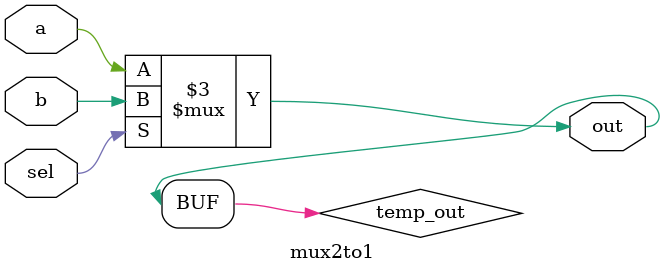
<source format=v>
module mux2to1(a,b,out,sel);
	input a,b,sel;
	output out;
	reg temp_out;
	
	always @(sel)
	begin
		temp_out = (sel==1'b0)?a:b;
	end
	assign out = temp_out;
endmodule
</source>
